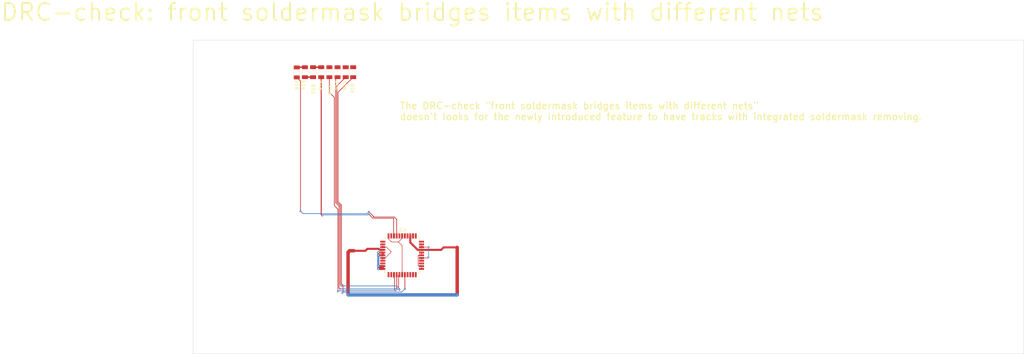
<source format=kicad_pcb>
(kicad_pcb (version 20241007) (generator "pcbnew") (generator_version "8.99")
  (layers (0 "F.Cu" signal) (2 "B.Cu" signal) (13 "F.Paste" user) (15 "B.Paste" user) (5 "F.SilkS" user "F.Silkscreen") (7 "B.SilkS" user "B.Silkscreen") (1 "F.Mask" user) (3 "B.Mask" user) (25 "Edge.Cuts" user))
  (net 0 "")
  (net 1 "Net-(IC4-OB2-Pad23)")
  (net 2 "Net-(IC4-VS{slash}VSA{slash}VSB-Pad30)")
  (net 5 "+3V3")
  (net 6 "Net-(IC4-OB1-Pad26)")
  (net 9 "Net-(IC4-OA2-Pad10)")
  (net 10 "Net-(IC4-OA1-Pad2)")
  (net 11 "Net-(IC4-GND-Pad17)")
  (net 21 "Net-(R14-Pad1)")
  (net 22 "Net-(R15-Pad1)")
  (net 23 "SPI1_MOSI")
  (net 24 "SPI1_MISO")
  (net 25 "SPI1_SCK")
  (net 26 "SPI1_SSEL")
  (net 27 "PWM_MCOA1")
  (net 29 "IO_P1_1")
  (net 30 "IO_P1_0")
  (footprint "Package_QFP:TQFP-44_10x10mm_P0.8mm" (layer "F.Cu") (at 52.2 -39.4)
    (property "Reference" "IC4" (at 0 -7.45 0) (layer "F.SilkS"))
    (property "Value" "TMC261C-PA")
    (fp_line (start -5.175 -5.175) (end -5.175 -4.6) (stroke (width 0.15)) (layer "F.SilkS"))
    (fp_line (start -5.175 -5.175) (end -4.5 -5.175) (stroke (width 0.15)) (layer "F.SilkS"))
    (fp_line (start -5.175 -4.6) (end -6.45 -4.6) (stroke (width 0.15)) (layer "F.SilkS"))
    (fp_line (start -5.175 5.175) (end -5.175 4.5) (stroke (width 0.15)) (layer "F.SilkS"))
    (fp_line (start -5.175 5.175) (end -4.5 5.175) (stroke (width 0.15)) (layer "F.SilkS"))
    (fp_line (start 5.175 -5.175) (end 4.5 -5.175) (stroke (width 0.15)) (layer "F.SilkS"))
    (fp_line (start 5.175 -5.175) (end 5.175 -4.5) (stroke (width 0.15)) (layer "F.SilkS"))
    (fp_line (start 5.175 5.175) (end 4.5 5.175) (stroke (width 0.15)) (layer "F.SilkS"))
    (fp_line (start 5.175 5.175) (end 5.175 4.5) (stroke (width 0.15)) (layer "F.SilkS"))
    (pad "1" smd rect (at -5.7 -4) (size 1.5 0.55) (layers "F.Cu" "F.Mask" "F.Paste"))
    (pad "2" smd rect (at -5.7 -3.2) (size 1.5 0.55) (layers "F.Cu" "F.Mask" "F.Paste") (net 10 "Net-(IC4-OA1-Pad2)"))
    (pad "3" smd rect (at -5.7 -2.4) (size 1.5 0.55) (layers "F.Cu" "F.Mask" "F.Paste") (net 10 "Net-(IC4-OA1-Pad2)"))
    (pad "4" smd rect (at -5.7 -1.6) (size 1.5 0.55) (layers "F.Cu" "F.Mask" "F.Paste") (net 2 "Net-(IC4-VS{slash}VSA{slash}VSB-Pad30)"))
    (pad "5" smd rect (at -5.7 -0.8) (size 1.5 0.55) (layers "F.Cu" "F.Mask" "F.Paste") (net 9 "Net-(IC4-OA2-Pad10)"))
    (pad "6" smd rect (at -5.7 0) (size 1.5 0.55) (layers "F.Cu" "F.Mask" "F.Paste") (net 9 "Net-(IC4-OA2-Pad10)"))
    (pad "7" smd rect (at -5.7 0.8) (size 1.5 0.55) (layers "F.Cu" "F.Mask" "F.Paste") (net 10 "Net-(IC4-OA1-Pad2)"))
    (pad "8" smd rect (at -5.7 1.6) (size 1.5 0.55) (layers "F.Cu" "F.Mask" "F.Paste") (net 10 "Net-(IC4-OA1-Pad2)"))
    (pad "9" smd rect (at -5.7 2.4) (size 1.5 0.55) (layers "F.Cu" "F.Mask" "F.Paste"))
    (pad "10" smd rect (at -5.7 3.2) (size 1.5 0.55) (layers "F.Cu" "F.Mask" "F.Paste") (net 9 "Net-(IC4-OA2-Pad10)"))
    (pad "11" smd rect (at -5.7 4) (size 1.5 0.55) (layers "F.Cu" "F.Mask" "F.Paste") (net 9 "Net-(IC4-OA2-Pad10)"))
    (pad "12" smd rect (at -4 5.7 90) (size 1.5 0.55) (layers "F.Cu" "F.Mask" "F.Paste"))
    (pad "13" smd rect (at -3.2 5.7 90) (size 1.5 0.55) (layers "F.Cu" "F.Mask" "F.Paste"))
    (pad "14" smd rect (at -2.4 5.7 90) (size 1.5 0.55) (layers "F.Cu" "F.Mask" "F.Paste") (net 23 "SPI1_MOSI"))
    (pad "15" smd rect (at -1.6 5.7 90) (size 1.5 0.55) (layers "F.Cu" "F.Mask" "F.Paste") (net 24 "SPI1_MISO"))
    (pad "16" smd rect (at -0.8 5.7 90) (size 1.5 0.55) (layers "F.Cu" "F.Mask" "F.Paste") (net 25 "SPI1_SCK"))
    (pad "17" smd rect (at 0 5.7 90) (size 1.5 0.55) (layers "F.Cu" "F.Mask" "F.Paste") (net 11 "Net-(IC4-GND-Pad17)"))
    (pad "18" smd rect (at 0.8 5.7 90) (size 1.5 0.55) (layers "F.Cu" "F.Mask" "F.Paste") (net 26 "SPI1_SSEL"))
    (pad "19" smd rect (at 1.6 5.7 90) (size 1.5 0.55) (layers "F.Cu" "F.Mask" "F.Paste") (net 27 "PWM_MCOA1"))
    (pad "20" smd rect (at 2.4 5.7 90) (size 1.5 0.55) (layers "F.Cu" "F.Mask" "F.Paste"))
    (pad "21" smd rect (at 3.2 5.7 90) (size 1.5 0.55) (layers "F.Cu" "F.Mask" "F.Paste"))
    (pad "22" smd rect (at 4 5.7 90) (size 1.5 0.55) (layers "F.Cu" "F.Mask" "F.Paste"))
    (pad "23" smd rect (at 5.7 4) (size 1.5 0.55) (layers "F.Cu" "F.Mask" "F.Paste") (net 1 "Net-(IC4-OB2-Pad23)"))
    (pad "24" smd rect (at 5.7 3.2) (size 1.5 0.55) (layers "F.Cu" "F.Mask" "F.Paste") (net 1 "Net-(IC4-OB2-Pad23)"))
    (pad "25" smd rect (at 5.7 2.4) (size 1.5 0.55) (layers "F.Cu" "F.Mask" "F.Paste"))
    (pad "26" smd rect (at 5.7 1.6) (size 1.5 0.55) (layers "F.Cu" "F.Mask" "F.Paste") (net 6 "Net-(IC4-OB1-Pad26)"))
    (pad "27" smd rect (at 5.7 0.8) (size 1.5 0.55) (layers "F.Cu" "F.Mask" "F.Paste") (net 6 "Net-(IC4-OB1-Pad26)"))
    (pad "28" smd rect (at 5.7 0) (size 1.5 0.55) (layers "F.Cu" "F.Mask" "F.Paste") (net 1 "Net-(IC4-OB2-Pad23)"))
    (pad "29" smd rect (at 5.7 -0.8) (size 1.5 0.55) (layers "F.Cu" "F.Mask" "F.Paste") (net 1 "Net-(IC4-OB2-Pad23)"))
    (pad "30" smd rect (at 5.7 -1.6) (size 1.5 0.55) (layers "F.Cu" "F.Mask" "F.Paste") (net 2 "Net-(IC4-VS{slash}VSA{slash}VSB-Pad30)"))
    (pad "31" smd rect (at 5.7 -2.4) (size 1.5 0.55) (layers "F.Cu" "F.Mask" "F.Paste") (net 6 "Net-(IC4-OB1-Pad26)"))
    (pad "32" smd rect (at 5.7 -3.2) (size 1.5 0.55) (layers "F.Cu" "F.Mask" "F.Paste") (net 6 "Net-(IC4-OB1-Pad26)"))
    (pad "33" smd rect (at 5.7 -4) (size 1.5 0.55) (layers "F.Cu" "F.Mask" "F.Paste"))
    (pad "34" smd rect (at 4 -5.7 90) (size 1.5 0.55) (layers "F.Cu" "F.Mask" "F.Paste"))
    (pad "35" smd rect (at 3.2 -5.7 90) (size 1.5 0.55) (layers "F.Cu" "F.Mask" "F.Paste"))
    (pad "36" smd rect (at 2.4 -5.7 90) (size 1.5 0.55) (layers "F.Cu" "F.Mask" "F.Paste") (net 2 "Net-(IC4-VS{slash}VSA{slash}VSB-Pad30)"))
    (pad "37" smd rect (at 1.6 -5.7 90) (size 1.5 0.55) (layers "F.Cu" "F.Mask" "F.Paste"))
    (pad "38" smd rect (at 0.8 -5.7 90) (size 1.5 0.55) (layers "F.Cu" "F.Mask" "F.Paste"))
    (pad "39" smd rect (at 0 -5.7 90) (size 1.5 0.55) (layers "F.Cu" "F.Mask" "F.Paste") (net 11 "Net-(IC4-GND-Pad17)"))
    (pad "40" smd rect (at -0.8 -5.7 90) (size 1.5 0.55) (layers "F.Cu" "F.Mask" "F.Paste"))
    (pad "41" smd rect (at -1.6 -5.7 90) (size 1.5 0.55) (layers "F.Cu" "F.Mask" "F.Paste") (net 29 "IO_P1_1"))
    (pad "42" smd rect (at -2.4 -5.7 90) (size 1.5 0.55) (layers "F.Cu" "F.Mask" "F.Paste") (net 30 "IO_P1_0"))
    (pad "43" smd rect (at -3.2 -5.7 90) (size 1.5 0.55) (layers "F.Cu" "F.Mask" "F.Paste"))
    (pad "44" smd rect (at -4 -5.7 90) (size 1.5 0.55) (layers "F.Cu" "F.Mask" "F.Paste") (net 11 "Net-(IC4-GND-Pad17)"))
  )
  (footprint "0IBF_RCL:R_1206_3216Metric" (layer "F.Cu") (at 21.2 -93.2 -90)
    (property "Reference" "R15" (at 3.7 -0.1 90) (layer "F.SilkS"))
    (property "Value" "1k")
    (fp_line (start -0.727064 0.96) (end 0.727064 0.96) (stroke (width 0.1)) (layer "F.SilkS"))
    (fp_line (start -0.727064 -0.96) (end 0.727064 -0.96) (stroke (width 0.1)) (layer "F.SilkS"))
    (pad "1" smd roundrect (at -1.4625 0 270) (size 1.125 1.75) (layers "F.Cu" "F.Mask" "F.Paste") (roundrect_rratio 0.08888888889) (net 22 "Net-(R15-Pad1)"))
    (pad "2" smd roundrect (at 1.4625 0 270) (size 1.125 1.75) (layers "F.Cu" "F.Mask" "F.Paste") (roundrect_rratio 0.08888888889) (net 29 "IO_P1_1"))
  )
  (footprint "0IBF_RCL:R_1206_3216Metric" (layer "F.Cu") (at 33.2 -93.2625 -90)
    (property "Reference" "R12" (at 3.8625 0.1 90) (layer "F.SilkS"))
    (property "Value" "1k")
    (fp_line (start -0.727064 0.96) (end 0.727064 0.96) (stroke (width 0.1)) (layer "F.SilkS"))
    (fp_line (start -0.727064 -0.96) (end 0.727064 -0.96) (stroke (width 0.1)) (layer "F.SilkS"))
    (pad "1" smd roundrect (at -1.4625 0 270) (size 1.125 1.75) (layers "F.Cu" "F.Mask" "F.Paste") (roundrect_rratio 0.08888888889))
    (pad "2" smd roundrect (at 1.4625 0 270) (size 1.125 1.75) (layers "F.Cu" "F.Mask" "F.Paste") (roundrect_rratio 0.08888888889) (net 24 "SPI1_MISO"))
  )
  (footprint "0IBF_RCL:R_1206_3216Metric" (layer "F.Cu") (at 35.6 -93.2625 -90)
    (property "Reference" "R11" (at 3.8625 0.3 90) (layer "F.SilkS"))
    (property "Value" "1k")
    (fp_line (start -0.727064 0.96) (end 0.727064 0.96) (stroke (width 0.1)) (layer "F.SilkS"))
    (fp_line (start -0.727064 -0.96) (end 0.727064 -0.96) (stroke (width 0.1)) (layer "F.SilkS"))
    (pad "1" smd roundrect (at -1.4625 0 270) (size 1.125 1.75) (layers "F.Cu" "F.Mask" "F.Paste") (roundrect_rratio 0.08888888889))
    (pad "2" smd roundrect (at 1.4625 0 270) (size 1.125 1.75) (layers "F.Cu" "F.Mask" "F.Paste") (roundrect_rratio 0.08888888889) (net 25 "SPI1_SCK"))
  )
  (footprint "0IBF_RCL:R_1206_3216Metric" (layer "F.Cu") (at 28.4 -93.2625 -90)
    (property "Reference" "R14" (at 3.8625 0.1 90) (layer "F.SilkS"))
    (property "Value" "1k")
    (fp_line (start -0.727064 0.96) (end 0.727064 0.96) (stroke (width 0.1)) (layer "F.SilkS"))
    (fp_line (start -0.727064 -0.96) (end 0.727064 -0.96) (stroke (width 0.1)) (layer "F.SilkS"))
    (pad "1" smd roundrect (at -1.4625 0 270) (size 1.125 1.75) (layers "F.Cu" "F.Mask" "F.Paste") (roundrect_rratio 0.08888888889) (net 21 "Net-(R14-Pad1)"))
    (pad "2" smd roundrect (at 1.4625 0 270) (size 1.125 1.75) (layers "F.Cu" "F.Mask" "F.Paste") (roundrect_rratio 0.08888888889) (net 30 "IO_P1_0"))
  )
  (footprint "0IBF_RCL:R_1206_3216Metric" (layer "F.Cu") (at 30.8 -93.2625 -90)
    (property "Reference" "R13" (at 5.1625 -0.2 90) (layer "F.SilkS"))
    (property "Value" "1k")
    (fp_line (start -0.727064 0.96) (end 0.727064 0.96) (stroke (width 0.1)) (layer "F.SilkS"))
    (fp_line (start -0.727064 -0.96) (end 0.727064 -0.96) (stroke (width 0.1)) (layer "F.SilkS"))
    (pad "1" smd roundrect (at -1.4625 0 270) (size 1.125 1.75) (layers "F.Cu" "F.Mask" "F.Paste") (roundrect_rratio 0.08888888889))
    (pad "2" smd roundrect (at 1.4625 0 270) (size 1.125 1.75) (layers "F.Cu" "F.Mask" "F.Paste") (roundrect_rratio 0.08888888889) (net 23 "SPI1_MOSI"))
  )
  (footprint "0IBF_RCL:R_1206_3216Metric" (layer "F.Cu") (at 37.8 -93.2625 -90)
    (property "Reference" "R10" (at 4.7125 0.2 90) (layer "F.SilkS"))
    (property "Value" "1k")
    (fp_line (start -0.727064 0.96) (end 0.727064 0.96) (stroke (width 0.1)) (layer "F.SilkS"))
    (fp_line (start -0.727064 -0.96) (end 0.727064 -0.96) (stroke (width 0.1)) (layer "F.SilkS"))
    (pad "1" smd roundrect (at -1.4625 0 270) (size 1.125 1.75) (layers "F.Cu" "F.Mask" "F.Paste") (roundrect_rratio 0.08888888889))
    (pad "2" smd roundrect (at 1.4625 0 270) (size 1.125 1.75) (layers "F.Cu" "F.Mask" "F.Paste") (roundrect_rratio 0.08888888889) (net 26 "SPI1_SSEL"))
  )
  (footprint "0IBF_RCL:R_1206_3216Metric" (layer "F.Cu") (at 26 -93.2625 90)
    (property "Reference" "R18" (at -4.9625 0.1 90) (layer "F.SilkS"))
    (property "Value" "100k")
    (fp_line (start -0.727064 -0.96) (end 0.727064 -0.96) (stroke (width 0.1)) (layer "F.SilkS"))
    (fp_line (start -0.727064 0.96) (end 0.727064 0.96) (stroke (width 0.1)) (layer "F.SilkS"))
    (pad "1" smd roundrect (at -1.4625 0 90) (size 1.125 1.75) (layers "F.Cu" "F.Mask" "F.Paste") (roundrect_rratio 0.08888888889) (net 5 "+3V3"))
    (pad "2" smd roundrect (at 1.4625 0 90) (size 1.125 1.75) (layers "F.Cu" "F.Mask" "F.Paste") (roundrect_rratio 0.08888888889) (net 21 "Net-(R14-Pad1)"))
  )
  (footprint "0IBF_RCL:R_1206_3216Metric" (layer "F.Cu") (at 23.6 -93.2625 90)
    (property "Reference" "R19" (at -3.7625 -0.4 90) (layer "F.SilkS"))
    (property "Value" "100k")
    (fp_line (start -0.727064 -0.96) (end 0.727064 -0.96) (stroke (width 0.1)) (layer "F.SilkS"))
    (fp_line (start -0.727064 0.96) (end 0.727064 0.96) (stroke (width 0.1)) (layer "F.SilkS"))
    (pad "1" smd roundrect (at -1.4625 0 90) (size 1.125 1.75) (layers "F.Cu" "F.Mask" "F.Paste") (roundrect_rratio 0.08888888889) (net 5 "+3V3"))
    (pad "2" smd roundrect (at 1.4625 0 90) (size 1.125 1.75) (layers "F.Cu" "F.Mask" "F.Paste") (roundrect_rratio 0.08888888889) (net 22 "Net-(R15-Pad1)"))
  )
  (gr_rect (start -9.3 -102.7) (end 235.1 -10.4) (stroke (width 0.1)) (fill none) (layer "Edge.Cuts"))
  (gr_text "DRC-check: front soldermask bridges items with different nets" (at -66.1 -108 0) (layer "F.SilkS") (effects (font (size 5 5) (thickness 0.5)) (justify left bottom)))
  (gr_text "The DRC-check {dblquote}front soldermask bridges items with different nets{dblquote} \ndoesn't looks for the newly introduced feature to have tracks with integrated soldermask removing." (at 51.4 -79 0) (layer "F.SilkS") (effects (font (size 2 2) (thickness 0.3)) (justify left bottom)))
  (segment (start 57 -39.4) (end 57.9 -39.4) (width 0.15) (layer "F.Cu") (net 1))
  (segment (start 57 -36.2) (end 56.925 -36.275) (width 0.15) (layer "F.Cu") (net 1))
  (segment (start 57.9 -35.4) (end 57.9 -36.2) (width 0.15) (layer "F.Cu") (net 1))
  (segment (start 57.9 -40.2) (end 57.9 -39.4) (width 0.15) (layer "F.Cu") (net 1))
  (segment (start 57.9 -36.2) (end 57 -36.2) (width 0.15) (layer "F.Cu") (net 1))
  (segment (start 56.925 -36.275) (end 56.925 -39.325) (width 0.15) (layer "F.Cu") (net 1))
  (segment (start 56.925 -39.325) (end 57 -39.4) (width 0.15) (layer "F.Cu") (net 1))
  (segment (start 38 -40.725) (end 41.4 -40.725) (width 0.6) (layer "F.Cu") (net 2))
  (segment (start 41.975 -41.3) (end 41.4 -40.725) (width 0.6) (layer "F.Cu") (net 2))
  (segment (start 46.5 -41) (end 45.6 -41) (width 0.6) (layer "F.Cu") (net 2))
  (segment (start 57.9 -41) (end 56.775978 -41) (width 0.6) (layer "F.Cu") (net 2))
  (segment (start 45.6 -41) (end 45.3 -41.3) (width 0.6) (layer "F.Cu") (net 2))
  (segment (start 36.3 -27.8) (end 36.3 -40.3) (width 1) (layer "F.Cu") (net 2))
  (segment (start 36.3 -40.3) (end 36.725 -40.725) (width 1) (layer "F.Cu") (net 2))
  (segment (start 57.9 -41) (end 63.675 -41) (width 0.6) (layer "F.Cu") (net 2))
  (segment (start 45.3 -41.3) (end 41.975 -41.3) (width 0.6) (layer "F.Cu") (net 2))
  (segment (start 56.775978 -41) (end 54.6 -43.175978) (width 0.6) (layer "F.Cu") (net 2))
  (segment (start 36.725 -40.725) (end 38 -40.725) (width 1) (layer "F.Cu") (net 2))
  (segment (start 64.4 -41.725) (end 68.4 -41.725) (width 0.6) (layer "F.Cu") (net 2))
  (segment (start 63.675 -41) (end 64.4 -41.725) (width 0.6) (layer "F.Cu") (net 2))
  (segment (start 68.4 -27.8) (end 68.4 -41.725) (width 1) (layer "F.Cu") (net 2))
  (segment (start 54.6 -43.175978) (end 54.6 -45.1) (width 0.6) (layer "F.Cu") (net 2))
  (via (at 68.4 -27.8) (size 0.5) (drill 0.2) (layers "F.Cu" "B.Cu") (net 2))
  (via (at 36.3 -27.8) (size 0.5) (drill 0.2) (layers "F.Cu" "B.Cu") (net 2))
  (segment (start 36.34951 -27.75049) (end 68.35049 -27.75049) (width 1) (layer "B.Cu") (net 2))
  (segment (start 36.3 -27.8) (end 36.34951 -27.75049) (width 1) (layer "B.Cu") (net 2))
  (segment (start 68.35049 -27.75049) (end 68.4 -27.8) (width 1) (layer "B.Cu") (net 2))
  (segment (start 23.6 -91.8) (end 26 -91.8) (width 0.4) (layer "F.Cu") (net 5))
  (segment (start 59.9 -38.8) (end 59.7 -38.6) (width 0.15) (layer "F.Cu") (net 6))
  (segment (start 57.9 -42.6) (end 57.9 -41.8) (width 0.15) (layer "F.Cu") (net 6))
  (segment (start 57.9 -41.8) (end 60 -41.8) (width 0.15) (layer "F.Cu") (net 6))
  (segment (start 57.9 -37.8) (end 57.9 -38.6) (width 0.15) (layer "F.Cu") (net 6))
  (segment (start 59.7 -38.6) (end 57.9 -38.6) (width 0.15) (layer "F.Cu") (net 6))
  (via (at 59.9 -38.8) (size 0.5) (drill 0.2) (layers "F.Cu" "B.Cu") (net 6))
  (via (at 60 -41.8) (size 0.5) (drill 0.2) (layers "F.Cu" "B.Cu") (net 6))
  (segment (start 60 -38.9) (end 59.9 -38.8) (width 0.15) (layer "B.Cu") (net 6))
  (segment (start 60 -41.8) (end 60 -38.9) (width 0.15) (layer "B.Cu") (net 6))
  (segment (start 46.5 -36.2) (end 45.2 -36.2) (width 0.6) (layer "F.Cu") (net 9))
  (segment (start 46.5 -35.4) (end 45.2 -35.4) (width 0.6) (layer "F.Cu") (net 9))
  (segment (start 46.5 -35.9) (end 46.5 -36.2) (width 0.6) (layer "F.Cu") (net 9))
  (segment (start 46.5 -40.2) (end 45.2 -40.2) (width 0.6) (layer "F.Cu") (net 9))
  (segment (start 46.5 -35.9) (end 45.3 -35.9) (width 0.6) (layer "F.Cu") (net 9))
  (segment (start 46.5 -35.4) (end 46.5 -35.9) (width 0.6) (layer "F.Cu") (net 9))
  (segment (start 46.5 -40.2) (end 46.5 -39.4) (width 0.6) (layer "F.Cu") (net 9))
  (segment (start 46.5 -39.4) (end 45.2 -39.4) (width 0.6) (layer "F.Cu") (net 9))
  (via (at 45.2 -36.2) (size 0.7) (drill 0.3) (layers "F.Cu" "B.Cu") (net 9))
  (via (at 45.2 -35.4) (size 0.7) (drill 0.3) (layers "F.Cu" "B.Cu") (net 9))
  (via (at 45.2 -40.2) (size 0.7) (drill 0.3) (layers "F.Cu" "B.Cu") (net 9))
  (via (at 45.2 -39.4) (size 0.7) (drill 0.3) (layers "F.Cu" "B.Cu") (net 9))
  (segment (start 45.2 -39.4) (end 45.2 -40.2) (width 0.6) (layer "B.Cu") (net 9))
  (segment (start 45.2 -36.2) (end 45.2 -39.4) (width 0.6) (layer "B.Cu") (net 9))
  (segment (start 45.2 -36.2) (end 45.2 -35.4) (width 0.6) (layer "B.Cu") (net 9))
  (segment (start 46.5 -41.8) (end 47.6 -41.8) (width 0.15) (layer "F.Cu") (net 10))
  (segment (start 47.2 -38.6) (end 46.5 -38.6) (width 0.15) (layer "F.Cu") (net 10))
  (segment (start 47.6 -41.8) (end 49 -40.4) (width 0.15) (layer "F.Cu") (net 10))
  (segment (start 46.5 -42.6) (end 46.5 -41.8) (width 0.15) (layer "F.Cu") (net 10))
  (segment (start 49 -40.4) (end 47.2 -38.6) (width 0.15) (layer "F.Cu") (net 10))
  (segment (start 46.5 -37.8) (end 46.5 -38.6) (width 0.15) (layer "F.Cu") (net 10))
  (segment (start 48.2 -45.1) (end 48.2 -44.2) (width 0.15) (layer "F.Cu") (net 11))
  (segment (start 48.2 -44.2) (end 49.1 -43.3) (width 0.15) (layer "F.Cu") (net 11))
  (segment (start 49.1 -43.3) (end 51.1 -43.3) (width 0.15) (layer "F.Cu") (net 11))
  (segment (start 52.2 -33.7) (end 52.2 -42.2) (width 0.15) (layer "F.Cu") (net 11))
  (segment (start 51.1 -43.3) (end 52.2 -44.4) (width 0.15) (layer "F.Cu") (net 11))
  (segment (start 52.2 -44.4) (end 52.2 -45.1) (width 0.15) (layer "F.Cu") (net 11))
  (segment (start 52.2 -42.2) (end 51.1 -43.3) (width 0.15) (layer "F.Cu") (net 11))
  (segment (start 26 -94.725) (end 28.4 -94.725) (width 0.4) (layer "F.Cu") (net 21))
  (segment (start 23.6 -94.725) (end 21.2625 -94.725) (width 0.4) (layer "F.Cu") (net 22))
  (segment (start 49.984587 -32.565413) (end 49.984587 -29.323059) (width 0.2) (layer "F.Cu") (net 23))
  (segment (start 32.249511 -85.850489) (end 32.249511 -54.014785) (width 0.2) (layers "F.Cu" "F.Mask") (net 23))
  (segment (start 32.249511 -54.014785) (end 33.3 -52.964296) (width 0.2) (layer "F.Cu") (net 23))
  (segment (start 30.8 -87.3) (end 32.249511 -85.850489) (width 0.2) (layer "F.Cu") (net 23))
  (segment (start 33.3 -52.964296) (end 33.3 -28.8) (width 0.2) (layer "F.Cu") (net 23))
  (segment (start 49.984587 -29.323059) (end 50.245921 -29.061725) (width 0.2) (layer "F.Cu") (net 23))
  (segment (start 30.8 -91.8) (end 30.8 -87.3) (width 0.2) (layer "F.Cu") (net 23))
  (segment (start 49.8 -32.75) (end 49.984587 -32.565413) (width 0.2) (layer "F.Cu") (net 23))
  (segment (start 49.8 -33.7) (end 49.8 -32.75) (width 0.2) (layer "F.Cu") (net 23))
  (via (at 50.245921 -29.061725) (size 0.5) (drill 0.2) (layers "F.Cu" "B.Cu") (net 23))
  (via (at 33.3 -28.8) (size 0.5) (drill 0.2) (layers "F.Cu" "B.Cu") (net 23))
  (segment (start 33.3 -28.8) (end 33.449511 -28.949511) (width 0.2) (layer "B.Cu") (net 23))
  (segment (start 50.233707 -29.049511) (end 50.245921 -29.061725) (width 0.2) (layer "B.Cu") (net 23))
  (segment (start 35.555228 -29.049511) (end 50.233707 -29.049511) (width 0.2) (layer "B.Cu") (net 23))
  (segment (start 35.455227 -28.949511) (end 35.555228 -29.049511) (width 0.2) (layer "B.Cu") (net 23))
  (segment (start 33.449511 -28.949511) (end 35.455227 -28.949511) (width 0.2) (layer "B.Cu") (net 23))
  (segment (start 33.64952 -29.820329) (end 33.64952 -53.880468) (width 0.2) (layer "F.Cu") (net 24))
  (segment (start 32.65 -91.25) (end 33.2 -91.8) (width 0.2) (layer "F.Cu") (net 24))
  (segment (start 33.961632 -29.508217) (end 33.64952 -29.820329) (width 0.2) (layer "F.Cu") (net 24))
  (segment (start 50.6 -33.7) (end 50.6 -29.608487) (width 0.2) (layer "F.Cu") (net 24))
  (segment (start 50.6 -29.608487) (end 50.786055 -29.422432) (width 0.2) (layer "F.Cu") (net 24))
  (segment (start 33.64952 -53.880468) (end 32.65 -54.879988) (width 0.2) (layer "F.Cu") (net 24))
  (segment (start 32.65 -54.879988) (end 32.65 -91.25) (width 0.2) (layer "F.Cu") (net 24))
  (via (at 33.961632 -29.508217) (size 0.5) (drill 0.2) (layers "F.Cu" "B.Cu") (net 24))
  (via (at 50.786055 -29.422432) (size 0.5) (drill 0.2) (layers "F.Cu" "B.Cu") (net 24))
  (segment (start 50.098711 -29.599001) (end 50.512513 -29.599001) (width 0.2) (layer "B.Cu") (net 24))
  (segment (start 50.611514 -29.5) (end 50.708487 -29.5) (width 0.2) (layer "B.Cu") (net 24))
  (segment (start 50.512513 -29.599001) (end 50.611514 -29.5) (width 0.2) (layer "B.Cu") (net 24))
  (segment (start 33.961632 -29.508217) (end 50.007927 -29.508217) (width 0.2) (layer "B.Cu") (net 24))
  (segment (start 50.007927 -29.508217) (end 50.098711 -29.599001) (width 0.2) (layer "B.Cu") (net 24))
  (segment (start 50.708487 -29.5) (end 50.786055 -29.422432) (width 0.2) (layer "B.Cu") (net 24))
  (segment (start 51.15048 -33.45048) (end 51.15048 -29.831864) (width 0.2) (layer "F.Cu") (net 25))
  (segment (start 35.6 -91.8) (end 33 -89.2) (width 0.2) (layer "F.Cu") (net 25))
  (segment (start 51.15048 -29.831864) (end 51.4005 -29.581844) (width 0.2) (layer "F.Cu") (net 25))
  (segment (start 51.4 -33.7) (end 51.15048 -33.45048) (width 0.2) (layer "F.Cu") (net 25))
  (segment (start 33.99952 -30.70048) (end 34.3 -30.4) (width 0.2) (layer "F.Cu") (net 25))
  (segment (start 33 -55.024962) (end 33.99952 -54.025442) (width 0.2) (layer "F.Cu") (net 25))
  (segment (start 33 -89.2) (end 33 -55.024962) (width 0.2) (layer "F.Cu") (net 25))
  (segment (start 51.4005 -29.581844) (end 51.4005 -29.21193) (width 0.2) (layer "F.Cu") (net 25))
  (segment (start 33.99952 -54.025442) (end 33.99952 -30.70048) (width 0.2) (layer "F.Cu") (net 25))
  (via (at 34.3 -30.4) (size 0.5) (drill 0.2) (layers "F.Cu" "B.Cu") (net 25))
  (via (at 51.4005 -29.21193) (size 0.5) (drill 0.2) (layers "F.Cu" "B.Cu") (net 25))
  (segment (start 51.4005 -29.313418) (end 51.4005 -29.21193) (width 0.2) (layer "B.Cu") (net 25))
  (segment (start 50.582344 -30.4) (end 51.386613 -29.595731) (width 0.2) (layer "B.Cu") (net 25))
  (segment (start 51.386613 -29.327305) (end 51.4005 -29.313418) (width 0.2) (layer "B.Cu") (net 25))
  (segment (start 34.3 -30.4) (end 50.582344 -30.4) (width 0.2) (layer "B.Cu") (net 25))
  (segment (start 51.386613 -29.595731) (end 51.386613 -29.327305) (width 0.2) (layer "B.Cu") (net 25))
  (segment (start 34.8 -30.607107) (end 34.8 -28.5005) (width 0.2) (layer "F.Cu") (net 26))
  (segment (start 34.34952 -30.9) (end 34.507107 -30.9) (width 0.2) (layer "F.Cu") (net 26))
  (segment (start 33.35 -87.35) (end 33.35 -55.169936) (width 0.2) (layer "F.Cu") (net 26))
  (segment (start 34.8 -28.5005) (end 34.6 -28.3005) (width 0.2) (layer "F.Cu") (net 26))
  (segment (start 34.34952 -54.170416) (end 34.34952 -30.9) (width 0.2) (layer "F.Cu") (net 26))
  (segment (start 33.35 -55.169936) (end 34.34952 -54.170416) (width 0.2) (layer "F.Cu") (net 26))
  (segment (start 37.8 -91.8) (end 33.35 -87.35) (width 0.2) (layer "F.Cu") (net 26))
  (segment (start 34.507107 -30.9) (end 34.8 -30.607107) (width 0.2) (layer "F.Cu") (net 26))
  (segment (start 53 -29.5) (end 53 -33.7) (width 0.2) (layer "F.Cu") (net 26))
  (via (at 34.6 -28.3005) (size 0.5) (drill 0.2) (layers "F.Cu" "B.Cu") (net 26))
  (via (at 53 -29.5) (size 0.5) (drill 0.2) (layers "F.Cu" "B.Cu") (net 26))
  (segment (start 52.062224 -28.562224) (end 34.861724 -28.562224) (width 0.2) (layer "B.Cu") (net 26))
  (segment (start 53 -29.5) (end 52.062224 -28.562224) (width 0.2) (layer "B.Cu") (net 26))
  (segment (start 34.861724 -28.562224) (end 34.6 -28.3005) (width 0.2) (layer "B.Cu") (net 26))
  (segment (start 22.3 -52.4) (end 22.3 -90.6375) (width 0.2) (layer "F.Cu") (net 29))
  (segment (start 50.6 -49.944974) (end 50.6 -45.1) (width 0.2) (layer "F.Cu") (net 29))
  (segment (start 42.407107 -52.2) (end 43.8 -50.807107) (width 0.2) (layer "F.Cu") (net 29))
  (segment (start 42.4 -52.2) (end 42.407107 -52.2) (width 0.2) (layer "F.Cu") (net 29))
  (segment (start 43.85 -50.65) (end 49.894974 -50.65) (width 0.2) (layer "F.Cu") (net 29))
  (segment (start 43.8 -50.7) (end 43.85 -50.65) (width 0.2) (layer "F.Cu") (net 29))
  (segment (start 49.894974 -50.65) (end 50.6 -49.944974) (width 0.2) (layer "F.Cu") (net 29))
  (segment (start 22.3 -90.6375) (end 21.2 -91.7375) (width 0.2) (layer "F.Cu") (net 29))
  (segment (start 43.8 -50.807107) (end 43.8 -50.7) (width 0.2) (layer "F.Cu") (net 29))
  (via (at 42.4 -52.2) (size 0.5) (drill 0.2) (layers "F.Cu" "B.Cu") (net 29))
  (via (at 22.3 -52.4) (size 0.5) (drill 0.2) (layers "F.Cu" "B.Cu") (net 29))
  (segment (start 22.3 -52.4) (end 23.049511 -51.650489) (width 0.2) (layer "B.Cu") (net 29))
  (segment (start 41.850489 -51.650489) (end 42.4 -52.2) (width 0.2) (layer "B.Cu") (net 29))
  (segment (start 23.049511 -51.650489) (end 41.850489 -51.650489) (width 0.2) (layer "B.Cu") (net 29))
  (segment (start 43.6 -50.3) (end 42.4032 -51.4968) (width 0.2) (layer "F.Cu") (net 30))
  (segment (start 28.4 -51.375993) (end 28.709536 -51.066457) (width 0.3) (layer "F.Cu") (net 30))
  (segment (start 49.8 -45.1) (end 49.7 -45.2) (width 0.2) (layer "F.Cu") (net 30))
  (segment (start 49.75 -50.3) (end 43.6 -50.3) (width 0.2) (layer "F.Cu") (net 30))
  (segment (start 49.7 -50.25) (end 49.75 -50.3) (width 0.2) (layer "F.Cu") (net 30))
  (segment (start 49.7 -45.2) (end 49.7 -50.25) (width 0.2) (layer "F.Cu") (net 30))
  (segment (start 28.4 -91.8) (end 28.4 -51.375993) (width 0.3) (layer "F.Cu") (net 30))
  (via (at 42.4032 -51.4968) (size 0.5) (drill 0.2) (layers "F.Cu" "B.Cu") (net 30))
  (via (at 28.709536 -51.066457) (size 0.5) (drill 0.2) (layers "F.Cu" "B.Cu") (net 30))
  (segment (start 28.709536 -51.066457) (end 28.944057 -51.300978) (width 0.2) (layer "B.Cu") (net 30))
  (segment (start 28.944057 -51.300978) (end 42.207378 -51.300978) (width 0.2) (layer "B.Cu") (net 30))
  (segment (start 42.207378 -51.300978) (end 42.4032 -51.4968) (width 0.2) (layer "B.Cu") (net 30))
)
</source>
